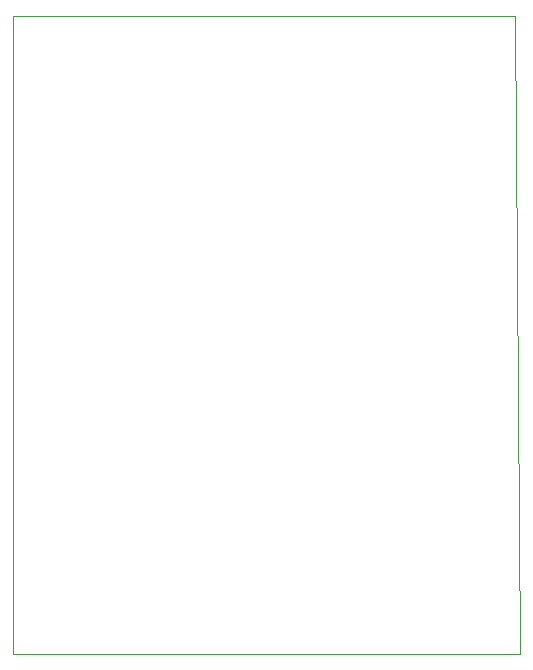
<source format=gbr>
%TF.GenerationSoftware,KiCad,Pcbnew,8.0.0*%
%TF.CreationDate,2024-03-28T15:12:29-07:00*%
%TF.ProjectId,stepper_controller_pcb,73746570-7065-4725-9f63-6f6e74726f6c,rev?*%
%TF.SameCoordinates,Original*%
%TF.FileFunction,Profile,NP*%
%FSLAX46Y46*%
G04 Gerber Fmt 4.6, Leading zero omitted, Abs format (unit mm)*
G04 Created by KiCad (PCBNEW 8.0.0) date 2024-03-28 15:12:29*
%MOMM*%
%LPD*%
G01*
G04 APERTURE LIST*
%TA.AperFunction,Profile*%
%ADD10C,0.050000*%
%TD*%
G04 APERTURE END LIST*
D10*
X83999996Y-75000000D02*
X126430000Y-75000000D01*
X83499996Y-75000000D02*
X83999996Y-75000000D01*
X83499996Y-21000000D02*
X83499996Y-75000000D01*
X126430000Y-75000000D02*
X126000000Y-21030000D01*
X126000000Y-21030000D02*
X83499996Y-21000000D01*
M02*

</source>
